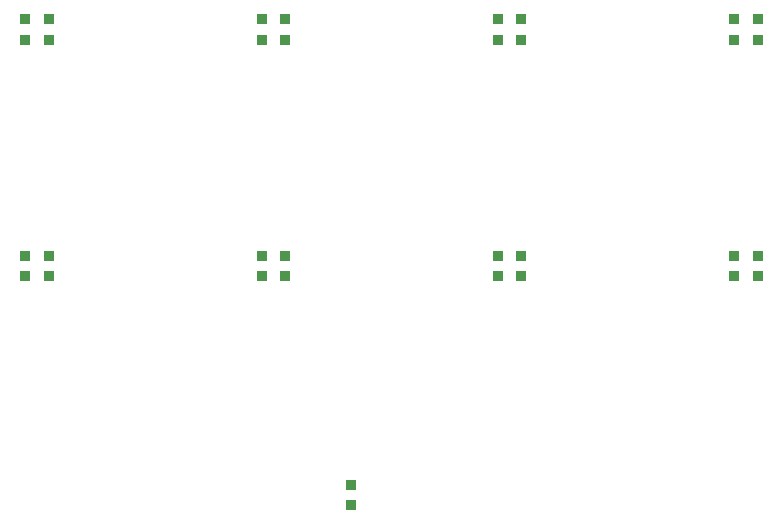
<source format=gbp>
%TF.GenerationSoftware,Altium Limited,Altium Designer,23.4.1 (23)*%
G04 Layer_Color=128*
%FSLAX45Y45*%
%MOMM*%
%TF.SameCoordinates,4D4D268D-8FD5-4AED-B812-6AB8C36004BB*%
%TF.FilePolarity,Positive*%
%TF.FileFunction,Paste,Bot*%
%TF.Part,Single*%
G01*
G75*
%TA.AperFunction,SMDPad,CuDef*%
G04:AMPARAMS|DCode=14|XSize=0.9mm|YSize=0.8mm|CornerRadius=0.06mm|HoleSize=0mm|Usage=FLASHONLY|Rotation=90.000|XOffset=0mm|YOffset=0mm|HoleType=Round|Shape=RoundedRectangle|*
%AMROUNDEDRECTD14*
21,1,0.90000,0.68000,0,0,90.0*
21,1,0.78000,0.80000,0,0,90.0*
1,1,0.12000,0.34000,0.39000*
1,1,0.12000,0.34000,-0.39000*
1,1,0.12000,-0.34000,-0.39000*
1,1,0.12000,-0.34000,0.39000*
%
%ADD14ROUNDEDRECTD14*%
D14*
X3260000Y475000D02*
D03*
Y645000D02*
D03*
X4500000Y2585000D02*
D03*
Y2415000D02*
D03*
X2500000Y2585000D02*
D03*
Y2415000D02*
D03*
X500000Y4585000D02*
D03*
Y4415000D02*
D03*
X700000Y4585000D02*
D03*
Y4415000D02*
D03*
X2500000Y4585000D02*
D03*
Y4415000D02*
D03*
X2700000Y4585000D02*
D03*
Y4415000D02*
D03*
X4500000Y4585000D02*
D03*
Y4415000D02*
D03*
X6500000Y4585000D02*
D03*
Y4415000D02*
D03*
Y2585000D02*
D03*
Y2415000D02*
D03*
X6700000Y4585000D02*
D03*
Y4415000D02*
D03*
X4700000Y4585000D02*
D03*
Y4415000D02*
D03*
X6700000Y2585000D02*
D03*
Y2415000D02*
D03*
X4700000Y2585000D02*
D03*
Y2415000D02*
D03*
X2700000Y2585000D02*
D03*
Y2415000D02*
D03*
X500000Y2585000D02*
D03*
Y2415000D02*
D03*
X700000Y2585000D02*
D03*
Y2415000D02*
D03*
%TF.MD5,d611003737fcd5fea3ab565de8550227*%
M02*

</source>
